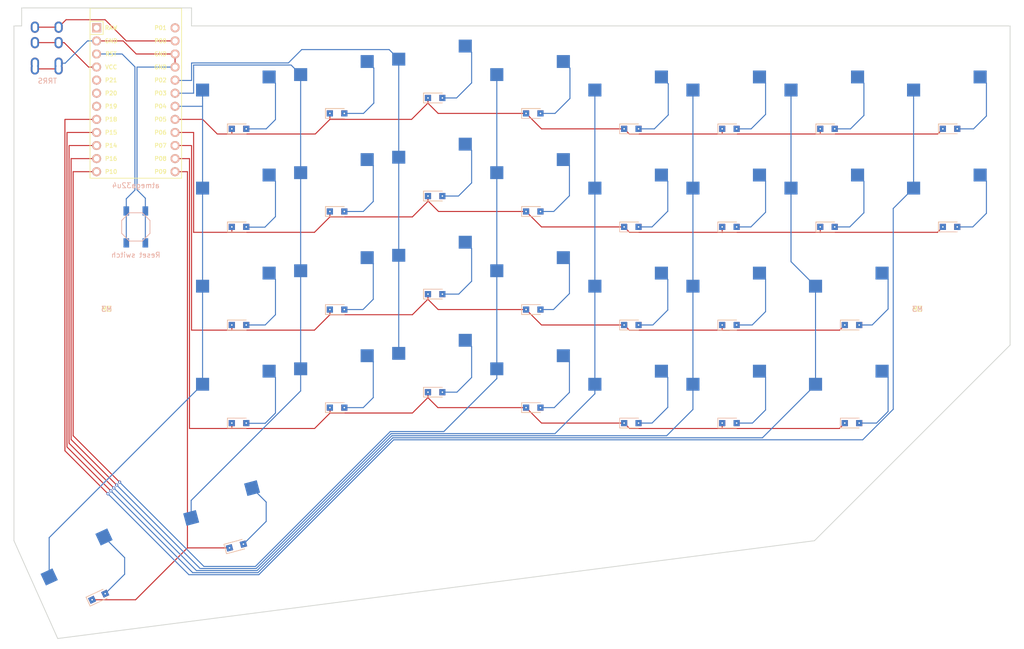
<source format=kicad_pcb>
(kicad_pcb (version 20221018) (generator pcbnew)
  (title_block (title "right") (rev "v1.0.0") (company "Unknown"))
  (layers (0 "F.Cu" signal) (31 "B.Cu" signal) (34 "B.Paste" user) (35 "F.Paste" user) (36 "B.SilkS" user "B.Silkscreen") (37 "F.SilkS" user "F.Silkscreen") (38 "B.Mask" user) (39 "F.Mask" user) (44 "Edge.Cuts" user))
  (net 0 "")
  (net 1 "P16")
  (net 2 "mirror_one_bottom")
  (net 3 "mirror_one_home")
  (net 4 "mirror_one_top")
  (net 5 "mirror_one_number")
  (net 6 "P10")
  (net 7 "mirror_two_bottom")
  (net 8 "mirror_two_home")
  (net 9 "mirror_two_top")
  (net 10 "mirror_two_number")
  (net 11 "P2")
  (net 12 "mirror_three_bottom")
  (net 13 "mirror_three_home")
  (net 14 "mirror_three_top")
  (net 15 "mirror_three_number")
  (net 16 "P3")
  (net 17 "mirror_four_bottom")
  (net 18 "mirror_four_home")
  (net 19 "mirror_four_top")
  (net 20 "mirror_four_number")
  (net 21 "P4")
  (net 22 "mirror_five_bottom")
  (net 23 "mirror_five_home")
  (net 24 "mirror_five_top")
  (net 25 "mirror_five_number")
  (net 26 "P15")
  (net 27 "minus_bottom")
  (net 28 "minus_home")
  (net 29 "minus_top")
  (net 30 "minus_number")
  (net 31 "P18")
  (net 32 "plus_bottom")
  (net 33 "plus_home")
  (net 34 "plus_top")
  (net 35 "plus_number")
  (net 36 "P19")
  (net 37 "backspace_top")
  (net 38 "backspace_number")
  (net 39 "mirror_four_meta")
  (net 40 "mirror_five_meta")
  (net 41 "P8")
  (net 42 "P7")
  (net 43 "P6")
  (net 44 "P5")
  (net 45 "P9")
  (net 46 "RAW")
  (net 47 "GND")
  (net 48 "RST")
  (net 49 "VCC")
  (net 50 "P21")
  (net 51 "P20")
  (net 52 "P14")
  (net 53 "P1")
  (net 54 "P0")
  (footprint "E73:SW_TACT_ALPS_SKQGABE010" (layer "F.Cu") (at 128.675 144.05 -90)
    (fp_text reference "B1" hide)
    (fp_text value "" hide)
  )
  (footprint "MX" (layer "F.Cu") (at 186.825 152.1)
    (fp_text reference "S10" hide)
    (fp_text value "" hide)
  )
  (footprint "MX" (layer "F.Cu") (at 205.875 136.05)
    (fp_text reference "S7" hide)
    (fp_text value "" hide)
  )
  (footprint "Diode_SMD:Nexperia_CFP3_SOD-123W" (layer "F.Cu") (at 167.775 160.1)
    (fp_text reference "D14" hide)
    (fp_text value "Nexperia_CFP3_SOD-123W" hide)
  )
  (footprint "Diode_SMD:Nexperia_CFP3_SOD-123W" (layer "F.Cu") (at 267.7875 163.1)
    (fp_text reference "D26" hide)
    (fp_text value "Nexperia_CFP3_SOD-123W" hide)
  )
  (footprint "Diode_SMD:Nexperia_CFP3_SOD-123W" (layer "F.Cu") (at 205.875 179.15)
    (fp_text reference "D5" hide)
    (fp_text value "Nexperia_CFP3_SOD-123W" hide)
  )
  (footprint "MX" (layer "F.Cu") (at 167.775 155.1)
    (fp_text reference "S14" hide)
    (fp_text value "" hide)
  )
  (footprint "Diode_SMD:Nexperia_CFP3_SOD-123W" (layer "F.Cu") (at 286.8375 125)
    (fp_text reference "D30" hide)
    (fp_text value "Nexperia_CFP3_SOD-123W" hide)
  )
  (footprint "Diode_SMD:Nexperia_CFP3_SOD-123W" (layer "F.Cu") (at 186.825 138.05)
    (fp_text reference "D11" hide)
    (fp_text value "Nexperia_CFP3_SOD-123W" hide)
  )
  (footprint "MX" (layer "F.Cu") (at 286.8375 139.05)
    (fp_text reference "S29" hide)
    (fp_text value "" hide)
  )
  (footprint "Diode_SMD:Nexperia_CFP3_SOD-123W" (layer "F.Cu") (at 263.025 125)
    (fp_text reference "D28" hide)
    (fp_text value "Nexperia_CFP3_SOD-123W" hide)
  )
  (footprint "MX" (layer "F.Cu") (at 146.92704 201.2 15)
    (fp_text reference "S31" hide)
    (fp_text value "" hide)
  )
  (footprint "MX" (layer "F.Cu") (at 167.775 136.05)
    (fp_text reference "S15" hide)
    (fp_text value "" hide)
  )
  (footprint "MX" (layer "F.Cu") (at 167.775 117)
    (fp_text reference "S16" hide)
    (fp_text value "" hide)
  )
  (footprint "MX" (layer "F.Cu") (at 224.925 158.1)
    (fp_text reference "S2" hide)
    (fp_text value "" hide)
  )
  (footprint "Diode_SMD:Nexperia_CFP3_SOD-123W" (layer "F.Cu") (at 186.825 119)
    (fp_text reference "D12" hide)
    (fp_text value "Nexperia_CFP3_SOD-123W" hide)
  )
  (footprint "MX" (layer "F.Cu") (at 224.925 139.05)
    (fp_text reference "S3" hide)
    (fp_text value "" hide)
  )
  (footprint "Diode_SMD:Nexperia_CFP3_SOD-123W" (layer "F.Cu") (at 205.875 160.1)
    (fp_text reference "D6" hide)
    (fp_text value "Nexperia_CFP3_SOD-123W" hide)
  )
  (footprint "Diode_SMD:Nexperia_CFP3_SOD-123W" (layer "F.Cu") (at 243.975 182.15)
    (fp_text reference "D21" hide)
    (fp_text value "Nexperia_CFP3_SOD-123W" hide)
  )
  (footprint "MX" (layer "F.Cu") (at 243.975 177.15)
    (fp_text reference "S21" hide)
    (fp_text value "" hide)
  )
  (footprint "Diode_SMD:Nexperia_CFP3_SOD-123W" (layer "F.Cu") (at 243.975 125)
    (fp_text reference "D24" hide)
    (fp_text value "Nexperia_CFP3_SOD-123W" hide)
  )
  (footprint "Diode_SMD:Nexperia_CFP3_SOD-123W" (layer "F.Cu") (at 148.725 163.1)
    (fp_text reference "D18" hide)
    (fp_text value "Nexperia_CFP3_SOD-123W" hide)
  )
  (footprint "MX" (layer "F.Cu") (at 243.975 158.1)
    (fp_text reference "S22" hide)
    (fp_text value "" hide)
  )
  (footprint "Diode_SMD:Nexperia_CFP3_SOD-123W" (layer "F.Cu") (at 224.925 182.15)
    (fp_text reference "D1" hide)
    (fp_text value "Nexperia_CFP3_SOD-123W" hide)
  )
  (footprint "Diode_SMD:Nexperia_CFP3_SOD-123W" (layer "F.Cu") (at 148.725 182.15)
    (fp_text reference "D17" hide)
    (fp_text value "Nexperia_CFP3_SOD-123W" hide)
  )
  (footprint "MX" (layer "F.Cu") (at 205.875 117)
    (fp_text reference "S8" hide)
    (fp_text value "" hide)
  )
  (footprint "MX" (layer "F.Cu") (at 267.7875 158.1)
    (fp_text reference "S26" hide)
    (fp_text value "" hide)
  )
  (footprint "Diode_SMD:Nexperia_CFP3_SOD-123W" (layer "F.Cu") (at 148.221135 206.029629 15)
    (fp_text reference "D31" hide)
    (fp_text value "Nexperia_CFP3_SOD-123W" hide)
  )
  (footprint "MX" (layer "F.Cu") (at 224.925 120)
    (fp_text reference "S4" hide)
    (fp_text value "" hide)
  )
  (footprint "Diode_SMD:Nexperia_CFP3_SOD-123W" (layer "F.Cu") (at 186.825 157.1)
    (fp_text reference "D10" hide)
    (fp_text value "Nexperia_CFP3_SOD-123W" hide)
  )
  (footprint "MX" (layer "F.Cu") (at 286.8375 120)
    (fp_text reference "S30" hide)
    (fp_text value "" hide)
  )
  (footprint "Diode_SMD:Nexperia_CFP3_SOD-123W" (layer "F.Cu") (at 263.025 144.05)
    (fp_text reference "D27" hide)
    (fp_text value "Nexperia_CFP3_SOD-123W" hide)
  )
  (footprint "Diode_SMD:Nexperia_CFP3_SOD-123W" (layer "F.Cu") (at 167.775 122)
    (fp_text reference "D16" hide)
    (fp_text value "Nexperia_CFP3_SOD-123W" hide)
  )
  (footprint "ProMicro" (layer "F.Cu") (at 128.675 119.35 -90)
    (fp_text reference "MCU1" hide)
    (fp_text value "" hide)
  )
  (footprint "Diode_SMD:Nexperia_CFP3_SOD-123W" (layer "F.Cu") (at 224.925 163.1)
    (fp_text reference "D2" hide)
    (fp_text value "Nexperia_CFP3_SOD-123W" hide)
  )
  (footprint "MX" (layer "F.Cu") (at 148.725 158.1)
    (fp_text reference "S18" hide)
    (fp_text value "" hide)
  )
  (footprint "Diode_SMD:Nexperia_CFP3_SOD-123W" (layer "F.Cu") (at 286.8375 144.05)
    (fp_text reference "D29" hide)
    (fp_text value "Nexperia_CFP3_SOD-123W" hide)
  )
  (footprint "MX" (layer "F.Cu") (at 148.725 177.15)
    (fp_text reference "S17" hide)
    (fp_text value "" hide)
  )
  (footprint "Diode_SMD:Nexperia_CFP3_SOD-123W" (layer "F.Cu") (at 148.725 144.05)
    (fp_text reference "D19" hide)
    (fp_text value "Nexperia_CFP3_SOD-123W" hide)
  )
  (footprint "MX" (layer "F.Cu") (at 148.725 120)
    (fp_text reference "S20" hide)
    (fp_text value "" hide)
  )
  (footprint "Diode_SMD:Nexperia_CFP3_SOD-123W" (layer "F.Cu") (at 243.975 144.05)
    (fp_text reference "D23" hide)
    (fp_text value "Nexperia_CFP3_SOD-123W" hide)
  )
  (footprint "MX" (layer "F.Cu") (at 167.775 174.15)
    (fp_text reference "S13" hide)
    (fp_text value "" hide)
  )
  (footprint "MX" (layer "F.Cu") (at 243.975 139.05)
    (fp_text reference "S23" hide)
    (fp_text value "" hide)
  )
  (footprint "Diode_SMD:Nexperia_CFP3_SOD-123W" (layer "F.Cu") (at 224.925 144.05)
    (fp_text reference "D3" hide)
    (fp_text value "Nexperia_CFP3_SOD-123W" hide)
  )
  (footprint "Diode_SMD:Nexperia_CFP3_SOD-123W" (layer "F.Cu") (at 148.725 125)
    (fp_text reference "D20" hide)
    (fp_text value "Nexperia_CFP3_SOD-123W" hide)
  )
  (footprint "MX" (layer "F.Cu") (at 263.025 139.05)
    (fp_text reference "S27" hide)
    (fp_text value "" hide)
  )
  (footprint "MX" (layer "F.Cu") (at 243.975 120)
    (fp_text reference "S24" hide)
    (fp_text value "" hide)
  )
  (footprint "Diode_SMD:Nexperia_CFP3_SOD-123W" (layer "F.Cu") (at 267.7875 182.15)
    (fp_text reference "D25" hide)
    (fp_text value "Nexperia_CFP3_SOD-123W" hide)
  )
  (footprint "TRRS-PJ-320A-dual" (layer "F.Cu") (at 113.675 102.05)
    (fp_text reference "TRRS")
    (fp_text value "TRRS-PJ-320A-dual" hide)
  )
  (footprint "MX" (layer "F.Cu") (at 119.340001 211.347535 25)
    (fp_text reference "S32" hide)
    (fp_text value "" hide)
  )
  (footprint "MX" (layer "F.Cu") (at 148.725 139.05)
    (fp_text reference "S19" hide)
    (fp_text value "" hide)
  )
  (footprint "Diode_SMD:Nexperia_CFP3_SOD-123W" (layer "F.Cu") (at 167.775 141.05)
    (fp_text reference "D15" hide)
    (fp_text value "Nexperia_CFP3_SOD-123W" hide)
  )
  (footprint "MX" (layer "F.Cu") (at 205.875 174.15)
    (fp_text reference "S5" hide)
    (fp_text value "" hide)
  )
  (footprint "MX" (layer "F.Cu") (at 186.825 171.15)
    (fp_text reference "S9" hide)
    (fp_text value "" hide)
  )
  (footprint "MX" (layer "F.Cu") (at 186.825 133.05)
    (fp_text reference "S11" hide)
    (fp_text value "" hide)
  )
  (footprint "MX" (layer "F.Cu") (at 186.825 114)
    (fp_text reference "S12" hide)
    (fp_text value "" hide)
  )
  (footprint "MX" (layer "F.Cu") (at 205.875 155.1)
    (fp_text reference "S6" hide)
    (fp_text value "" hide)
  )
  (footprint "MX" (layer "F.Cu") (at 267.7875 177.15)
    (fp_text reference "S25" hide)
    (fp_text value "" hide)
  )
  (footprint "Diode_SMD:Nexperia_CFP3_SOD-123W" (layer "F.Cu") (at 121.453093 215.879074 25)
    (fp_text reference "D32" hide)
    (fp_text value "Nexperia_CFP3_SOD-123W" hide)
  )
  (footprint "Diode_SMD:Nexperia_CFP3_SOD-123W" (layer "F.Cu") (at 205.875 141.05)
    (fp_text reference "D7" hide)
    (fp_text value "Nexperia_CFP3_SOD-123W" hide)
  )
  (footprint "MX" (layer "F.Cu") (at 263.025 120)
    (fp_text reference "S28" hide)
    (fp_text value "" hide)
  )
  (footprint "Diode_SMD:Nexperia_CFP3_SOD-123W" (layer "F.Cu") (at 243.975 163.1)
    (fp_text reference "D22" hide)
    (fp_text value "Nexperia_CFP3_SOD-123W" hide)
  )
  (footprint "MountingHole:MountingHole_3.2mm_M3" (layer "F.Cu") (at 123 155)
    (fp_text reference "M3")
    (fp_text value "M3")
  )
  (footprint "MX" (layer "F.Cu") (at 224.925 177.15)
    (fp_text reference "S1" hide)
    (fp_text value "" hide)
  )
  (footprint "MountingHole:MountingHole_3.2mm_M3" (layer "F.Cu") (at 280.5 155)
    (fp_text reference "M3")
    (fp_text value "M3")
  )
  (footprint "Diode_SMD:Nexperia_CFP3_SOD-123W" (layer "F.Cu") (at 224.925 125)
    (fp_text reference "D4" hide)
    (fp_text value "Nexperia_CFP3_SOD-123W" hide)
  )
  (footprint "Diode_SMD:Nexperia_CFP3_SOD-123W" (layer "F.Cu") (at 167.775 179.15)
    (fp_text reference "D13" hide)
    (fp_text value "Nexperia_CFP3_SOD-123W" hide)
  )
  (footprint "Diode_SMD:Nexperia_CFP3_SOD-123W" (layer "F.Cu") (at 205.875 122)
    (fp_text reference "D8" hide)
    (fp_text value "Nexperia_CFP3_SOD-123W" hide)
  )
  (footprint "Diode_SMD:Nexperia_CFP3_SOD-123W" (layer "F.Cu") (at 186.825 176.15)
    (fp_text reference "D9" hide)
    (fp_text value "Nexperia_CFP3_SOD-123W" hide)
  )
  (gr_line locked (start 139.5 101.5) (end 139.5 105) (stroke (width 0.15)) (layer "Edge.Cuts"))
  (gr_line locked (start 106.5 101.5) (end 139.5 101.5) (stroke (width 0.15)) (layer "Edge.Cuts"))
  (gr_line locked (start 298.5 167) (end 260.5 205) (stroke (width 0.15)) (layer "Edge.Cuts"))
  (gr_line locked (start 105 105) (end 106.5 105) (stroke (width 0.15)) (layer "Edge.Cuts"))
  (gr_line locked (start 105 205) (end 105 105) (stroke (width 0.15)) (layer "Edge.Cuts"))
  (gr_line locked (start 113.5 224) (end 105 205) (stroke (width 0.15)) (layer "Edge.Cuts"))
  (gr_line locked (start 139.5 105) (end 298.5 105) (stroke (width 0.15)) (layer "Edge.Cuts"))
  (gr_line locked (start 106.5 105) (end 106.5 101.5) (stroke (width 0.15)) (layer "Edge.Cuts"))
  (gr_line locked (start 260.5 205) (end 113.5 224) (stroke (width 0.15)) (layer "Edge.Cuts"))
  (gr_line locked (start 298.5 105) (end 298.5 167) (stroke (width 0.15)) (layer "Edge.Cuts"))
  (gr_text "Reset switch" (at 128.675 149.5) (layer "B.SilkS") (effects (font (size 1 1)) (justify mirror)))
  (gr_text "atmega32u4" (at 128.675 136) (layer "B.SilkS") (effects (font (size 1 1)) (justify mirror)))
  (segment (start 116.1 130.78) (end 121.055 130.78) (width 0.2) (layer "F.Cu") (net 1))
  (segment (start 124.949685 194.18889) (end 116.1 185.339205) (width 0.2) (layer "F.Cu") (net 1))
  (segment (start 124.958226 194.18889) (end 124.949685 194.18889) (width 0.2) (layer "F.Cu") (net 1))
  (segment (start 116.1 185.339205) (end 116.1 130.78) (width 0.2) (layer "F.Cu") (net 1))
  (via (at 124.958226 194.18889) (size 0.6) (drill 0.3) (layers "F.Cu" "B.Cu") (net 1))
  (segment (start 217.84 136.51) (end 217.84 155.56) (width 0.2) (layer "B.Cu") (net 1))
  (segment (start 217.84 176.46) (end 217.84 174.61) (width 0.2) (layer "B.Cu") (net 1))
  (segment (start 152.065686 210.4) (end 178.265686 184.2) (width 0.2) (layer "B.Cu") (net 1))
  (segment (start 124.958226 194.198139) (end 141.160087 210.4) (width 0.2) (layer "B.Cu") (net 1))
  (segment (start 141.160087 210.4) (end 152.065686 210.4) (width 0.2) (layer "B.Cu") (net 1))
  (segment (start 210.1 184.2) (end 217.84 176.46) (width 0.2) (layer "B.Cu") (net 1))
  (segment (start 124.958226 194.18889) (end 124.958226 194.198139) (width 0.2) (layer "B.Cu") (net 1))
  (segment (start 217.84 117.46) (end 217.84 136.51) (width 0.2) (layer "B.Cu") (net 1))
  (segment (start 217.84 174.61) (end 217.84 155.56) (width 0.2) (layer "B.Cu") (net 1))
  (segment (start 178.265686 184.2) (end 210.1 184.2) (width 0.2) (layer "B.Cu") (net 1))
  (segment (start 228.95 182.15) (end 232 179.1) (width 0.2) (layer "B.Cu") (net 2))
  (segment (start 226.325 182.15) (end 228.95 182.15) (width 0.2) (layer "B.Cu") (net 2))
  (segment (start 232 179.1) (end 232 173.303) (width 0.2) (layer "B.Cu") (net 2))
  (segment (start 232 173.303) (end 231.8 173.103) (width 0.2) (layer "B.Cu") (net 2))
  (segment (start 232 154.253) (end 231.9 154.153) (width 0.2) (layer "B.Cu") (net 3))
  (segment (start 232 160.2) (end 232 154.253) (width 0.2) (layer "B.Cu") (net 3))
  (segment (start 226.325 163.1) (end 229.1 163.1) (width 0.2) (layer "B.Cu") (net 3))
  (segment (start 229.1 163.1) (end 232 160.2) (width 0.2) (layer "B.Cu") (net 3))
  (segment (start 226.325 144.05) (end 228.95 144.05) (width 0.2) (layer "B.Cu") (net 4))
  (segment (start 232 141) (end 232 135.203) (width 0.2) (layer "B.Cu") (net 4))
  (segment (start 228.95 144.05) (end 232 141) (width 0.2) (layer "B.Cu") (net 4))
  (segment (start 232 135.203) (end 230.767 133.97) (width 0.2) (layer "B.Cu") (net 4))
  (segment (start 226.325 125) (end 229.4 125) (width 0.2) (layer "B.Cu") (net 5))
  (segment (start 232.1 122.3) (end 232.1 116.253) (width 0.2) (layer "B.Cu") (net 5))
  (segment (start 229.4 125) (end 232.1 122.3) (width 0.2) (layer "B.Cu") (net 5))
  (segment (start 232.1 116.253) (end 230.767 114.92) (width 0.2) (layer "B.Cu") (net 5))
  (segment (start 125.523559 193.623556) (end 116.5 184.599997) (width 0.2) (layer "F.Cu") (net 6))
  (segment (start 116.5 184.599997) (end 116.5 133.32) (width 0.2) (layer "F.Cu") (net 6))
  (segment (start 116.5 133.32) (end 121.055 133.32) (width 0.2) (layer "F.Cu") (net 6))
  (via (at 125.523559 193.623556) (size 0.6) (drill 0.3) (layers "F.Cu" "B.Cu") (net 6))
  (segment (start 198.79 173.51) (end 198.79 171.61) (width 0.2) (layer "B.Cu") (net 6))
  (segment (start 188.5 183.8) (end 198.79 173.51) (width 0.2) (layer "B.Cu") (net 6))
  (segment (start 125.523559 193.623556) (end 141.900003 210) (width 0.2) (layer "B.Cu") (net 6))
  (segment (start 141.900003 210) (end 151.9 210) (width 0.2) (layer "B.Cu") (net 6))
  (segment (start 198.79 114.46) (end 198.79 133.51) (width 0.2) (layer "B.Cu") (net 6))
  (segment (start 198.79 133.51) (end 198.79 152.56) (width 0.2) (layer "B.Cu") (net 6))
  (segment (start 151.9 210) (end 178.1 183.8) (width 0.2) (layer "B.Cu") (net 6))
  (segment (start 198.79 152.56) (end 198.79 171.61) (width 0.2) (layer "B.Cu") (net 6))
  (segment (start 178.1 183.8) (end 188.5 183.8) (width 0.2) (layer "B.Cu") (net 6))
  (segment (start 207.275 179.15) (end 209.95 179.15) (width 0.2) (layer "B.Cu") (net 7))
  (segment (start 212.9 170.253) (end 212.8 170.153) (width 0.2) (layer "B.Cu") (net 7))
  (segment (start 212.9 176.2) (end 212.9 170.253) (width 0.2) (layer "B.Cu") (net 7))
  (segment (start 209.95 179.15) (end 212.9 176.2) (width 0.2) (layer "B.Cu") (net 7))
  (segment (start 212.9 157) (end 212.9 151.203) (width 0.2) (layer "B.Cu") (net 8))
  (segment (start 212.9 151.203) (end 212.8 151.103) (width 0.2) (layer "B.Cu") (net 8))
  (segment (start 209.8 160.1) (end 212.9 157) (width 0.2) (layer "B.Cu") (net 8))
  (segment (start 207.275 160.1) (end 209.8 160.1) (width 0.2) (layer "B.Cu") (net 8))
  (segment (start 212.9 138) (end 212.9 132.153) (width 0.2) (layer "B.Cu") (net 9))
  (segment (start 207.275 141.05) (end 209.85 141.05) (width 0.2) (layer "B.Cu") (net 9))
  (segment (start 212.9 132.153) (end 211.717 130.97) (width 0.2) (layer "B.Cu") (net 9))
  (segment (start 209.85 141.05) (end 212.9 138) (width 0.2) (layer "B.Cu") (net 9))
  (segment (start 207.275 122) (end 210.1 122) (width 0.2) (layer "B.Cu") (net 10))
  (segment (start 210.1 122) (end 213 119.1) (width 0.2) (layer "B.Cu") (net 10))
  (segment (start 213 119.1) (end 213 113.203) (width 0.2) (layer "B.Cu") (net 10))
  (segment (start 213 113.203) (end 211.717 111.92) (width 0.2) (layer "B.Cu") (net 10))
  (segment (start 160.9 109.6) (end 158.3 112.2) (width 0.2) (layer "B.Cu") (net 11))
  (segment (start 177.88 109.6) (end 160.9 109.6) (width 0.2) (layer "B.Cu") (net 11))
  (segment (start 179.74 168.61) (end 179.74 149.56) (width 0.2) (layer "B.Cu") (net 11))
  (segment (start 158.3 112.2) (end 139.5 112.2) (width 0.2) (layer "B.Cu") (net 11))
  (segment (start 139.5 112.2) (end 139.5 115.6) (width 0.2) (layer "B.Cu") (net 11))
  (segment (start 139.5 115.6) (end 136.355 115.6) (width 0.2) (layer "B.Cu") (net 11))
  (segment (start 179.74 149.56) (end 179.74 130.51) (width 0.2) (layer "B.Cu") (net 11))
  (segment (start 179.74 111.46) (end 177.88 109.6) (width 0.2) (layer "B.Cu") (net 11))
  (segment (start 179.74 111.46) (end 179.74 130.51) (width 0.2) (layer "B.Cu") (net 11))
  (segment (start 193.9 167.303) (end 193.7 167.103) (width 0.2) (layer "B.Cu") (net 12))
  (segment (start 191.05 176.15) (end 193.9 173.3) (width 0.2) (layer "B.Cu") (net 12))
  (segment (start 193.9 173.3) (end 193.9 167.303) (width 0.2) (layer "B.Cu") (net 12))
  (segment (start 188.225 176.15) (end 191.05 176.15) (width 0.2) (layer "B.Cu") (net 12))
  (segment (start 188.225 157.1) (end 191.4 157.1) (width 0.2) (layer "B.Cu") (net 13))
  (segment (start 193.9 148.253) (end 192.667 147.02) (width 0.2) (layer "B.Cu") (net 13))
  (segment (start 193.9 154.6) (end 193.9 148.253) (width 0.2) (layer "B.Cu") (net 13))
  (segment (start 191.4 157.1) (end 193.9 154.6) (width 0.2) (layer "B.Cu") (net 13))
  (segment (start 191.35 138.05) (end 193.9 135.5) (width 0.2) (layer "B.Cu") (net 14))
  (segment (start 193.9 135.5) (end 193.9 129.203) (width 0.2) (layer "B.Cu") (net 14))
  (segment (start 193.9 129.203) (end 192.667 127.97) (width 0.2) (layer "B.Cu") (net 14))
  (segment (start 188.225 138.05) (end 191.35 138.05) (width 0.2) (layer "B.Cu") (net 14))
  (segment (start 190.975 119) (end 193.9 116.075) (width 0.2) (layer "B.Cu") (net 15))
  (segment (start 193.9 110.153) (end 192.667 108.92) (width 0.2) (layer "B.Cu") (net 15))
  (segment (start 188.225 119) (end 190.975 119) (width 0.2) (layer "B.Cu") (net 15))
  (segment (start 193.9 116.075) (end 193.9 110.153) (width 0.2) (layer "B.Cu") (net 15))
  (segment (start 139.9 112.6) (end 139.9 118.08) (width 0.2) (layer "B.Cu") (net 16))
  (segment (start 160.69 171.61) (end 160.69 152.56) (width 0.2) (layer "B.Cu") (net 16))
  (segment (start 139.9 118.08) (end 136.295 118.08) (width 0.2) (layer "B.Cu") (net 16))
  (segment (start 160.69 133.51) (end 160.69 152.56) (width 0.2) (layer "B.Cu") (net 16))
  (segment (start 160.69 175.91) (end 160.69 171.61) (width 0.2) (layer "B.Cu") (net 16))
  (segment (start 158.83 112.6) (end 139.9 112.6) (width 0.2) (layer "B.Cu") (net 16))
  (segment (start 160.69 114.46) (end 158.83 112.6) (width 0.2) (layer "B.Cu") (net 16))
  (segment (start 160.69 114.46) (end 160.69 133.51) (width 0.2) (layer "B.Cu") (net 16))
  (segment (start 139.426055 197.173945) (end 160.69 175.91) (width 0.2) (layer "B.Cu") (net 16))
  (segment (start 139.426055 200.580281) (end 139.426055 197.173945) (width 0.2) (layer "B.Cu") (net 16))
  (segment (start 174.8 177.2) (end 174.8 170.253) (width 0.2) (layer "B.Cu") (net 17))
  (segment (start 169.175 179.15) (end 172.85 179.15) (width 0.2) (layer "B.Cu") (net 17))
  (segment (start 174.8 170.253) (end 173.617 169.07) (width 0.2) (layer "B.Cu") (net 17))
  (segment (start 172.85 179.15) (end 174.8 177.2) (width 0.2) (layer "B.Cu") (net 17))
  (segment (start 172.8 160.1) (end 174.8 158.1) (width 0.2) (layer "B.Cu") (net 18))
  (segment (start 169.175 160.1) (end 172.8 160.1) (width 0.2) (layer "B.Cu") (net 18))
  (segment (start 174.8 158.1) (end 174.8 151.203) (width 0.2) (layer "B.Cu") (net 18))
  (segment (start 174.8 151.203) (end 173.617 150.02) (width 0.2) (layer "B.Cu") (net 18))
  (segment (start 174.8 132.153) (end 173.617 130.97) (width 0.2) (layer "B.Cu") (net 19))
  (segment (start 174.8 139.1) (end 174.8 132.153) (width 0.2) (layer "B.Cu") (net 19))
  (segment (start 169.175 141.05) (end 172.85 141.05) (width 0.2) (layer "B.Cu") (net 19))
  (segment (start 172.85 141.05) (end 174.8 139.1) (width 0.2) (layer "B.Cu") (net 19))
  (segment (start 169.175 122) (end 172.9 122) (width 0.2) (layer "B.Cu") (net 20))
  (segment (start 172.9 122) (end 174.9 120) (width 0.2) (layer "B.Cu") (net 20))
  (segment (start 174.9 120) (end 174.9 113.203) (width 0.2) (layer "B.Cu") (net 20))
  (segment (start 174.9 113.203) (end 173.617 111.92) (width 0.2) (layer "B.Cu") (net 20))
  (segment (start 111.84536 204.40464) (end 111.84536 212.039764) (width 0.2) (layer "B.Cu") (net 21))
  (segment (start 141.64 155.56) (end 141.64 174.61) (width 0.2) (layer "B.Cu") (net 21))
  (segment (start 136.295 120.62) (end 141.62 120.62) (width 0.2) (layer "B.Cu") (net 21))
  (segment (start 141.64 120.6) (end 141.64 136.51) (width 0.2) (layer "B.Cu") (net 21))
  (segment (start 141.64 174.61) (end 111.84536 204.40464) (width 0.2) (layer "B.Cu") (net 21))
  (segment (start 141.64 136.51) (end 141.64 155.56) (width 0.2) (layer "B.Cu") (net 21))
  (segment (start 141.64 117.9) (end 141.64 120.6) (width 0.2) (layer "B.Cu") (net 21))
  (segment (start 153.8 182.2) (end 155.8 180.2) (width 0.2) (layer "B.Cu") (net 22))
  (segment (start 150.1 182.2) (end 153.8 182.2) (width 0.2) (layer "B.Cu") (net 22))
  (segment (start 155.8 173.303) (end 154.567 172.07) (width 0.2) (layer "B.Cu") (net 22))
  (segment (start 155.8 180.2) (end 155.8 173.303) (width 0.2) (layer "B.Cu") (net 22))
  (segment (start 153.8 163.1) (end 155.8 161.1) (width 0.2) (layer "B.Cu") (net 23))
  (segment (start 155.8 161.1) (end 155.8 154.253) (width 0.2) (layer "B.Cu") (net 23))
  (segment (start 155.8 154.253) (end 154.567 153.02) (width 0.2) (layer "B.Cu") (net 23))
  (segment (start 150.125 163.1) (end 153.8 163.1) (width 0.2) (layer "B.Cu") (net 23))
  (segment (start 155.8 142.05) (end 155.8 135.203) (width 0.2) (layer "B.Cu") (net 24))
  (segment (start 150.4 144.1) (end 153.75 144.1) (width 0.2) (layer "B.Cu") (net 24))
  (segment (start 155.8 135.203) (end 154.567 133.97) (width 0.2) (layer "B.Cu") (net 24))
  (segment (start 153.75 144.1) (end 155.8 142.05) (width 0.2) (layer "B.Cu") (net 24))
  (segment (start 150.125 125) (end 154 125) (width 0.2) (layer "B.Cu") (net 25))
  (segment (start 155.8 123.2) (end 155.8 116.153) (width 0.2) (layer "B.Cu") (net 25))
  (segment (start 154 125) (end 155.8 123.2) (width 0.2) (layer "B.Cu") (net 25))
  (segment (start 155.8 116.153) (end 154.567 114.92) (width 0.2) (layer "B.Cu") (net 25))
  (segment (start 115.3 186.791999) (end 115.3 125.7) (width 0.2) (layer "F.Cu") (net 26))
  (segment (start 123.827558 195.319557) (end 115.3 186.791999) (width 0.2) (layer "F.Cu") (net 26))
  (segment (start 115.3 125.7) (end 121.055 125.7) (width 0.2) (layer "F.Cu") (net 26))
  (via (at 123.827558 195.319557) (size 0.6) (drill 0.3) (layers "F.Cu" "B.Cu") (net 26))
  (segment (start 255.94 150.7975) (end 255.94 136.51) (width 0.2) (layer "B.Cu") (net 26))
  (segment (start 260.7025 155.56) (end 255.94 150.7975) (width 0.2) (layer "B.Cu") (net 26))
  (segment (start 255.94 117.46) (end 255.94 136.51) (width 0.2) (layer "B.Cu") (net 26))
  (segment (start 123.827558 195.319557) (end 139.708001 211.2) (width 0.2) (layer "B.Cu") (net 26))
  (segment (start 139.708001 211.2) (end 152.397058 211.2) (width 0.2) (layer "B.Cu") (net 26))
  (segment (start 152.397058 211.2) (end 178.597058 185) (width 0.2) (layer "B.Cu") (net 26))
  (segment (start 260.7025 155.56) (end 260.7025 174.61) (width 0.2) (layer "B.Cu") (net 26))
  (segment (start 250.4 185) (end 260.7025 174.6975) (width 0.2) (layer "B.Cu") (net 26))
  (segment (start 178.597058 185) (end 250.4 185) (width 0.2) (layer "B.Cu") (net 26))
  (segment (start 248.45 182.15) (end 251 179.6) (width 0.2) (layer "B.Cu") (net 27))
  (segment (start 251 173.253) (end 249.817 172.07) (width 0.2) (layer "B.Cu") (net 27))
  (segment (start 245.375 182.15) (end 248.45 182.15) (width 0.2) (layer "B.Cu") (net 27))
  (segment (start 251 179.6) (end 251 173.253) (width 0.2) (layer "B.Cu") (net 27))
  (segment (start 251 160.5) (end 251 154.203) (width 0.2) (layer "B.Cu") (net 28))
  (segment (start 245.375 163.1) (end 248.4 163.1) (width 0.2) (layer "B.Cu") (net 28))
  (segment (start 248.4 163.1) (end 251 160.5) (width 0.2) (layer "B.Cu") (net 28))
  (segment (start 251 154.203) (end 249.817 153.02) (width 0.2) (layer "B.Cu") (net 28))
  (segment (start 251 141.2) (end 251 135.153) (width 0.2) (layer "B.Cu") (net 29))
  (segment (start 248.15 144.05) (end 251 141.2) (width 0.2) (layer "B.Cu") (net 29))
  (segment (start 251 135.153) (end 249.817 133.97) (width 0.2) (layer "B.Cu") (net 29))
  (segment (start 245.375 144.05) (end 248.15 144.05) (width 0.2) (layer "B.Cu") (net 29))
  (segment (start 251 122.2) (end 251 116.103) (width 0.2) (layer "B.Cu") (net 30))
  (segment (start 245.375 125) (end 248.2 125) (width 0.2) (layer "B.Cu") (net 30))
  (segment (start 248.2 125) (end 251 122.2) (width 0.2) (layer "B.Cu") (net 30))
  (segment (start 251 116.103) (end 249.817 114.92) (width 0.2) (layer "B.Cu") (net 30))
  (segment (start 123.262225 195.88489) (end 114.9 187.522665) (width 0.2) (layer "F.Cu") (net 31))
  (segment (start 114.9 123.2) (end 114.94 123.16) (width 0.2) (layer "F.Cu") (net 31))
  (segment (start 114.94 123.16) (end 121.055 123.16) (width 0.2) (layer "F.Cu") (net 31))
  (segment (start 114.9 187.522665) (end 114.9 123.2) (width 0.2) (layer "F.Cu") (net 31))
  (via (at 123.262225 195.88489) (size 0.6) (drill 0.3) (layers "F.Cu" "B.Cu") (net 31))
  (segment (start 138.977335 211.6) (end 152.562744 211.6) (width 0.2) (layer "B.Cu") (net 31))
  (segment (start 123.262225 195.88489) (end 138.977335 211.6) (width 0.2) (layer "B.Cu") (net 31))
  (segment (start 269.865686 185.4) (end 275.8 179.465686) (width 0.2) (layer "B.Cu") (net 31))
  (segment (start 275.8 140.4625) (end 279.7525 136.51) (width 0.2) (layer "B.Cu") (net 31))
  (segment (start 275.8 179.465686) (end 275.8 140.4625) (width 0.2) (layer "B.Cu") (net 31))
  (segment (start 178.762744 185.4) (end 269.865686 185.4) (width 0.2) (layer "B.Cu") (net 31))
  (segment (start 152.562744 211.6) (end 178.762744 185.4) (width 0.2) (layer "B.Cu") (net 31))
  (segment (start 279.7525 117.46) (end 279.7525 136.51) (width 0.2) (layer "B.Cu") (net 31))
  (segment (start 272.55 182.15) (end 274.8 179.9) (width 0.2) (layer "B.Cu") (net 32))
  (segment (start 269.1875 182.15) (end 272.55 182.15) (width 0.2) (layer "B.Cu") (net 32))
  (segment (start 274.8 173.2405) (end 273.6295 172.07) (width 0.2) (layer "B.Cu") (net 32))
  (segment (start 274.8 179.9) (end 274.8 173.2405) (width 0.2) (layer "B.Cu") (net 32))
  (segment (start 274.8 160) (end 274.8 154.1905) (width 0.2) (layer "B.Cu") (net 33))
  (segment (start 274.8 154.1905) (end 273.6295 153.02) (width 0.2) (layer "B.Cu") (net 33))
  (segment (start 271.7 163.1) (end 274.8 160) (width 0.2) (layer "B.Cu") (net 33))
  (segment (start 269.1875 163.1) (end 271.7 163.1) (width 0.2) (layer "B.Cu") (net 33))
  (segment (start 270.1 135.203) (end 268.867 133.97) (width 0.2) (layer "B.Cu") (net 34))
  (segment (start 264.425 144.05) (end 267.35 144.05) (width 0.2) (layer "B.Cu") (net 34))
  (segment (start 267.35 144.05) (end 270.1 141.3) (width 0.2) (layer "B.Cu") (net 34))
  (segment (start 270.1 141.3) (end 270.1 135.203) (width 0.2) (layer "B.Cu") (net 34))
  (segment (start 270.1 122.4) (end 270.1 116.153) (width 0.2) (layer "B.Cu") (net 35))
  (segment (start 270.1 116.153) (end 268.867 114.92) (width 0.2) (layer "B.Cu") (net 35))
  (segment (start 267.5 125) (end 270.1 122.4) (width 0.2) (layer "B.Cu") (net 35))
  (segment (start 264.425 125) (end 267.5 125) (width 0.2) (layer "B.Cu") (net 35))
  (segment (start 291.25 144.05) (end 293.9 141.4) (width 0.2) (layer "B.Cu") (net 37))
  (segment (start 293.9 135.1905) (end 292.6795 133.97) (width 0.2) (layer "B.Cu") (net 37))
  (segment (start 288.2375 144.05) (end 291.25 144.05) (width 0.2) (layer "B.Cu") (net 37))
  (segment (start 293.9 141.4) (end 293.9 135.1905) (width 0.2) (layer "B.Cu") (net 37))
  (segment (start 291.4 125) (end 293.9 122.5) (width 0.2) (layer "B.Cu") (net 38))
  (segment (start 293.9 122.5) (end 293.9 116.1405) (width 0.2) (layer "B.Cu") (net 38))
  (segment (start 288.2375 125) (end 291.4 125) (width 0.2) (layer "B.Cu") (net 38))
  (segment (start 293.9 116.1405) (end 292.6795 114.92) (width 0.2) (layer "B.Cu") (net 38))
  (segment (start 151.281076 194.781076) (end 154 197.5) (width 0.2) (layer "B.Cu") (net 39))
  (segment (start 154 201.240713) (end 149.573431 205.667282) (width 0.2) (layer "B.Cu") (net 39))
  (segment (start 154 197.5) (end 154 201.240713) (width 0.2) (layer "B.Cu") (net 39))
  (segment (start 126.5 211.509332) (end 126.5 208.286806) (width 0.2) (layer "B.Cu") (net 40))
  (segment (start 126.5 208.286806) (end 122.48775 204.274556) (width 0.2) (layer "B.Cu") (net 40))
  (segment (start 122.721924 215.287408) (end 126.5 211.509332) (width 0.2) (layer "B.Cu") (net 40))
  (segment (start 185.425 176.15) (end 185.425 177.175) (width 0.2) (layer "F.Cu") (net 41))
  (segment (start 139.1 130.8) (end 139.08 130.78) (width 0.2) (layer "F.Cu") (net 41))
  (segment (start 204.475 179.15) (end 207.475 182.15) (width 0.2) (layer "F.Cu") (net 41))
  (segment (start 147.325 182.15) (end 147.325 183.175) (width 0.2) (layer "F.Cu") (net 41))
  (segment (start 265.3375 183.2) (end 266.3875 182.15) (width 0.2) (layer "F.Cu") (net 41))
  (segment (start 147.325 183.175) (end 147.3 183.2) (width 0.2) (layer "F.Cu") (net 41))
  (segment (start 166.4 179.175) (end 166.4 180.2) (width 0.2) (layer "F.Cu") (net 41))
  (segment (start 146.275 183.2) (end 163.4 183.2) (width 0.2) (layer "F.Cu") (net 41))
  (segment (start 187.35 179.15) (end 204.475 179.15) (width 0.2) (layer "F.Cu") (net 41))
  (segment (start 147.3 183.2) (end 146.275 183.2) (width 0.2) (layer "F.Cu") (net 41))
  (segment (start 207.475 182.15) (end 223.525 182.15) (width 0.2) (layer "F.Cu") (net 41))
  (segment (start 166.4 180.2) (end 182.4 180.2) (width 0.2) (layer "F.Cu") (net 41))
  (segment (start 146.275 183.2) (end 139.1 183.2) (width 0.2) (layer "F.Cu") (net 41))
  (segment (start 182.4 180.2) (end 185.4 177.2) (width 0.2) (layer "F.Cu") (net 41))
  (segment (start 242.575 183.175) (end 242.6 183.2) (width 0.2) (layer "F.Cu") (net 41))
  (segment (start 242.575 182.15) (end 242.575 183.175) (width 0.2) (layer "F.Cu") (net 41))
  (segment (start 185.4 177.2) (end 187.35 179.15) (width 0.2) (layer "F.Cu") (net 41))
  (segment (start 163.4 183.2) (end 166.4 180.2) (width 0.2) (layer "F.Cu") (net 41))
  (segment (start 139.1 183.2) (end 139.1 130.8) (width 0.2) (layer "F.Cu") (net 41))
  (segment (start 223.525 182.15) (end 224.575 183.2) (width 0.2) (layer "F.Cu") (net 41))
  (segment (start 224.575 183.2) (end 243.8 183.2) (width 0.2) (layer "F.Cu") (net 41))
  (segment (start 242.6 183.2) (end 265.3375 183.2) (width 0.2) (layer "F.Cu") (net 41))
  (segment (start 139.08 130.78) (end 136.295 130.78) (width 0.2) (layer "F.Cu") (net 41))
  (segment (start 185.425 177.175) (end 185.4 177.2) (width 0.2) (layer "F.Cu") (net 41))
  (segment (start 182.4 161.1) (end 166.375 161.1) (width 0.2) (layer "F.Cu") (net 42))
  (segment (start 147.3 164.1) (end 139.5 164.1) (width 0.2) (layer "F.Cu") (net 42))
  (segment (start 139.5 164.1) (end 139.5 128.3) (width 0.2) (layer "F.Cu") (net 42))
  (segment (start 139.5 128.3) (end 139.44 128.24) (width 0.2) (layer "F.Cu") (net 42))
  (segment (start 166.375 161.1) (end 166.375 160.1) (width 0.2) (layer "F.Cu") (net 42))
  (segment (start 166.375 161.1) (end 163.375 164.1) (width 0.2) (layer "F.Cu") (net 42))
  (segment (start 244 164.1) (end 224.525 164.1) (width 0.2) (layer "F.Cu") (net 42))
  (segment (start 207.475 163.1) (end 204.475 160.1) (width 0.2) (layer "F.Cu") (net 42))
  (segment (start 224.525 164.1) (end 223.525 163.1) (width 0.2) (layer "F.Cu") (net 42))
  (segment (start 187.4 160.1) (end 185.4 158.1) (width 0.2) (layer "F.Cu") (net 42))
  (segment (start 185.425 157.1) (end 185.425 158.075) (width 0.2) (layer "F.Cu") (net 42))
  (segment (start 265.3875 164.1) (end 242.6 164.1) (width 0.2) (layer "F.Cu") (net 42))
  (segment (start 147.325 163.1) (end 147.325 164.075) (width 0.2) (layer "F.Cu") (net 42))
  (segment (start 242.575 164.075) (end 242.575 163.1) (width 0.2) (layer "F.Cu") (net 42))
  (segment (start 204.475 160.1) (end 187.4 160.1) (width 0.2) (layer "F.Cu") (net 42))
  (segment (start 185.4 158.1) (end 182.4 161.1) (width 0.2) (layer "F.Cu") (net 42))
  (segment (start 147.325 164.075) (end 147.3 164.1) (width 0.2) (layer "F.Cu") (net 42))
  (segment (start 163.375 164.1) (end 147.3 164.1) (width 0.2) (layer "F.Cu") (net 42))
  (segment (start 139.44 128.24) (end 136.295 128.24) (width 0.2) (layer "F.Cu") (net 42))
  (segment (start 185.425 158.075) (end 185.4 158.1) (width 0.2) (layer "F.Cu") (net 42))
  (segment (start 223.525 163.1) (end 207.475 163.1) (width 0.2) (layer "F.Cu") (net 42))
  (segment (start 266.3875 163.1) (end 265.3875 164.1) (width 0.2) (layer "F.Cu") (net 42))
  (segment (start 242.6 164.1) (end 242.575 164.075) (width 0.2) (layer "F.Cu") (net 42))
  (segment (start 223.525 144.05) (end 224.575 145.1) (width 0.2) (layer "F.Cu") (net 43))
  (segment (start 261.625 144.05) (end 261.625 145.075) (width 0.2) (layer "F.Cu") (net 43))
  (segment (start 185.425 138.05) (end 185.425 139.075) (width 0.2) (layer "F.Cu") (net 43))
  (segment (start 163.375 145.1) (end 166.375 142.1) (width 0.2) (layer "F.Cu") (net 43))
  (segment (start 242.575 144.05) (end 242.575 145.075) (width 0.2) (layer "F.Cu") (net 43))
  (segment (start 147.325 144.05) (end 147.325 145.025) (width 0.2) (layer "F.Cu") (net 43))
  (segment (start 242.6 145.1) (end 261.6 145.1) (width 0.2) (layer "F.Cu") (net 43))
  (segment (start 207.475 144.05) (end 223.525 144.05) (width 0.2) (layer "F.Cu") (net 43))
  (segment (start 204.475 141.05) (end 207.475 144.05) (width 0.2) (layer "F.Cu") (net 43))
  (segment (start 284.3875 145.1) (end 285.4375 144.05) (width 0.2) (layer "F.Cu") (net 43))
  (segment (start 166.375 142.1) (end 182.4 142.1) (width 0.2) (layer "F.Cu") (net 43))
  (segment (start 139.9 125.7) (end 136.295 125.7) (width 0.2) (layer "F.Cu") (net 43))
  (segment (start 185.4 139.1) (end 185.525 139.1) (width 0.2) (layer "F.Cu") (net 43))
  (segment (start 242.575 145.075) (end 242.6 145.1) (width 0.2) (layer "F.Cu") (net 43))
  (segment (start 187.475 141.05) (end 204.475 141.05) (width 0.2) (layer "F.Cu") (net 43))
  (segment (start 261.6 145.1) (end 284.3875 145.1) (width 0.2) (layer "F.Cu") (net 43))
  (segment (start 139.9 145.1) (end 139.9 125.7) (width 0.2) (layer "F.Cu") (net 43))
  (segment (start 185.525 139.1) (end 187.475 141.05) (width 0.2) (layer "F.Cu") (net 43))
  (segment (start 166.375 141.05) (end 166.375 142.1) (width 0.2) (layer "F.Cu") (net 43))
  (segment (start 139.9 145.1) (end 163.375 145.1) (width 0.2) (layer "F.Cu") (net 43))
  (segment (start 261.625 145.075) (end 261.6 145.1) (width 0.2) (layer "F.Cu") (net 43))
  (segment (start 182.4 142.1) (end 185.4 139.1) (width 0.2) (layer "F.Cu") (net 43))
  (segment (start 224.575 145.1) (end 242.6 145.1) (width 0.2) (layer "F.Cu") (net 43))
  (segment (start 147.7 126) (end 144.5 126) (width 0.2) (layer "F.Cu") (net 44))
  (segment (start 223.525 125) (end 207.475 125) (width 0.2) (layer "F.Cu") (net 44))
  (segment (start 261.6 126) (end 284.4375 126) (width 0.2) (layer "F.Cu") (net 44))
  (segment (start 163.535 126) (end 147.4 126) (width 0.2) (layer "F.Cu") (net 44))
  (segment (start 224.525 126) (end 223.525 125) (width 0.2) (layer "F.Cu") (net 44))
  (segment (start 187.4 122) (end 204.475 122) (width 0.2) (layer "F.Cu") (net 44))
  (segment (start 261.625 125.975) (end 261.6 126) (width 0.2) (layer "F.Cu") (net 44))
  (segment (start 166.375 123.16) (end 163.535 126) (width 0.2) (layer "F.Cu") (net 44))
  (segment (start 185.425 119) (end 185.425 119.975) (width 0.2) (layer "F.Cu") (net 44))
  (segment (start 147.325 125.925) (end 147.325 125) (width 0.2) (layer "F.Cu") (net 44))
  (segment (start 147.4 126) (end 147.325 125.925) (width 0.2) (layer "F.Cu") (net 44))
  (segment (start 285.4375 125) (end 284.4375 126) (width 0.2) (layer "F.Cu") (net 44))
  (segment (start 166.375 122) (end 166.375 123.16) (width 0.2) (layer "F.Cu") (net 44))
  (segment (start 141.66 123.16) (end 136.295 123.16) (width 0.2) (layer "F.Cu") (net 44))
  (segment (start 242.575 125) (end 242.575 125.975) (width 0.2) (layer "F.Cu") (net 44))
  (segment (start 242.6 126) (end 224.525 126) (width 0.2) (layer "F.Cu") (net 44))
  (segment (start 207.475 125) (end 204.475 122) (width 0.2) (layer "F.Cu") (net 44))
  (segment (start 261.625 125) (end 261.625 125.975) (width 0.2) (layer "F.Cu") (net 44))
  (segment (start 144.5 126) (end 141.66 123.16) (width 0.2) (layer "F.Cu") (net 44))
  (segment (start 166.375 123.16) (end 182.24 123.16) (width 0.2) (layer "F.Cu") (net 44))
  (segment (start 182.24 123.16) (end 185.4 120) (width 0.2) (layer "F.Cu") (net 44))
  (segment (start 185.4 120) (end 187.4 122) (width 0.2) (layer "F.Cu") (net 44))
  (segment (start 185.425 119.975) (end 185.4 120) (width 0.2) (layer "F.Cu") (net 44))
  (segment (start 242.575 125.975) (end 242.6 126) (width 0.2) (layer "F.Cu") (net 44))
  (segment (start 261.6 126) (end 242.6 126) (width 0.2) (layer "F.Cu") (net 44))
  (segment (start 138.7 133.32) (end 138.7 206.4) (width 0.2) (layer "F.Cu") (net 45))
  (segment (start 138.7 206.4) (end 128.62926 216.47074) (width 0.2) (layer "F.Cu") (net 45))
  (segment (start 128.62926 216.47074) (end 120.184262 216.47074) (width 0.2) (layer "F.Cu") (net 45))
  (segment (start 146.868839 206.391976) (end 138.708024 206.391976) (width 0.2) (layer "F.Cu") (net 45))
  (segment (start 136.295 133.32) (end 138.7 133.32) (width 0.2) (layer "F.Cu") (net 45))
  (segment (start 138.708024 206.391976) (end 138.7 206.4) (width 0.2) (layer "F.Cu") (net 45))
  (segment (start 136.295 113) (end 136.295 110.46) (width 0.2) (layer "F.Cu") (net 47))
  (segment (start 121.055 107.92) (end 126.22 107.92) (width 0.2) (layer "F.Cu") (net 47))
  (segment (start 128.76 110.46) (end 136.295 110.46) (width 0.2) (layer "F.Cu") (net 47))
  (segment (start 126.22 107.92) (end 128.76 110.46) (width 0.2) (layer "F.Cu") (net 47))
  (segment (start 109.075 113.35) (end 113.675 113.35) (width 0.2) (layer "F.Cu") (net 47))
  (segment (start 130.525 138.475) (end 128.9 136.85) (width 0.2) (layer "B.Cu") (net 47))
  (segment (start 128.9 136.85) (end 128.9 113) (width 0.2) (layer "B.Cu") (net 47))
  (segment (start 130.525 147.15) (end 130.525 140.95) (width 0.2) (layer "B.Cu") (net 47))
  (segment (start 130.525 140.95) (end 130.525 138.475) (width 0.2) (layer "B.Cu") (net 47))
  (segment (start 114.95 112.25) (end 119.285 107.915) (width 0.2) (layer "B.Cu") (net 47))
  (segment (start 119.285 107.915) (end 121.05 107.915) (width 0.2) (layer "B.Cu") (net 47))
  (segment (start 128.9 113) (end 136.295 113) (width 0.2) (layer "B.Cu") (net 47))
  (segment (start 113.675 112.25) (end 114.95 112.25) (width 0.2) (layer "B.Cu") (net 47))
  (segment (start 126.825 138.575) (end 128.5 136.9) (width 0.2) (layer "B.Cu") (net 48))
  (segment (start 128.5 136.9) (end 128.5 112.95) (width 0.2) (layer "B.Cu") (net 48))
  (segment (start 126.01 110.46) (end 121.055 110.46) (width 0.2) (layer "B.Cu") (net 48))
  (segment (start 128.5 112.95) (end 126.01 110.46) (width 0.2) (layer "B.Cu") (net 48))
  (segment (start 126.825 140.95) (end 126.825 147.15) (width 0.2) (layer "B.Cu") (net 48))
  (segment (start 126.825 140.95) (end 126.825 138.575) (width 0.2) (layer "B.Cu") (net 48))
  (segment (start 119.5 113) (end 121.055 113) (width 0.2) (layer "F.Cu") (net 49))
  (segment (start 113.675 108.25) (end 114.75 108.25) (width 0.2) (layer "F.Cu") (net 49))
  (segment (start 114.75 108.25) (end 119.5 113) (width 0.2) (layer "F.Cu") (net 49))
  (segment (start 113.675 108.25) (end 109.075 108.25) (width 0.2) (layer "F.Cu") (net 49))
  (segment (start 115.76 128.24) (end 121.055 128.24) (width 0.2) (layer "F.Cu") (net 52))
  (segment (start 115.7 128.3) (end 115.76 128.24) (width 0.2) (layer "F.Cu") (net 52))
  (segment (start 124.392892 194.754223) (end 115.7 186.061331) (width 0.2) (layer "F.Cu") (net 52))
  (segment (start 115.7 186.061331) (end 115.7 128.3) (width 0.2) (layer "F.Cu") (net 52))
  (via (at 124.392892 194.754223) (size 0.6) (drill 0.3) (layers "F.Cu" "B.Cu") (net 52))
  (segment (start 140.438669 210.8) (end 152.231372 210.8) (width 0.2) (layer "B.Cu") (net 52))
  (segment (start 124.392892 194.754223) (end 140.438669 210.8) (width 0.2) (layer "B.Cu") (net 52))
  (segment (start 236.89 179.51) (end 236.89 174.61) (width 0.2) (layer "B.Cu") (net 52))
  (segment (start 236.89 155.56) (end 236.89 136.51) (width 0.2) (layer "B.Cu") (net 52))
  (segment (start 152.231372 210.8) (end 178.431372 184.6) (width 0.2) (layer "B.Cu") (net 52))
  (segment (start 236.89 155.56) (end 236.89 174.61) (width 0.2) (layer "B.Cu") (net 52))
  (segment (start 236.89 117.46) (end 236.89 136.51) (width 0.2) (layer "B.Cu") (net 52))
  (segment (start 178.431372 184.6) (end 231.8 184.6) (width 0.2) (layer "B.Cu") (net 52))
  (segment (start 231.8 184.6) (end 236.89 179.51) (width 0.2) (layer "B.Cu") (net 52))
  (segment (start 126.82 107.92) (end 136.295 107.92) (width 0.2) (layer "F.Cu") (net 54))
  (segment (start 113.675 105.25) (end 115.125 103.8) (width 0.2) (layer "F.Cu") (net 54))
  (segment (start 122.7 103.8) (end 126.82 107.92) (width 0.2) (layer "F.Cu") (net 54))
  (segment (start 109.075 105.25) (end 113.675 105.25) (width 0.2) (layer "F.Cu") (net 54))
  (segment (start 115.125 103.8) (end 122.7 103.8) (width 0.2) (layer "F.Cu") (net 54))
)
</source>
